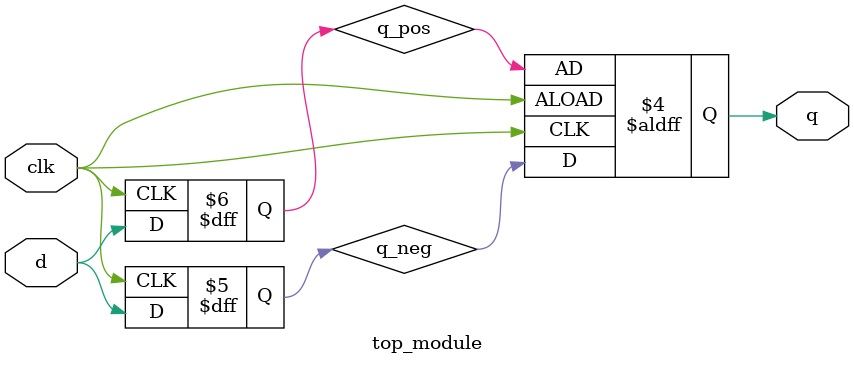
<source format=sv>
module top_module(
    input clk,
    input d,
    output reg q);

    reg q_pos, q_neg;

    always @(posedge clk) begin
        q_pos <= d;
    end

    always @(negedge clk) begin
        q_neg <= d;
    end

    always @(posedge clk or negedge clk) begin
        if (clk)
            q <= q_pos;
        else
            q <= q_neg;
    end

endmodule

</source>
